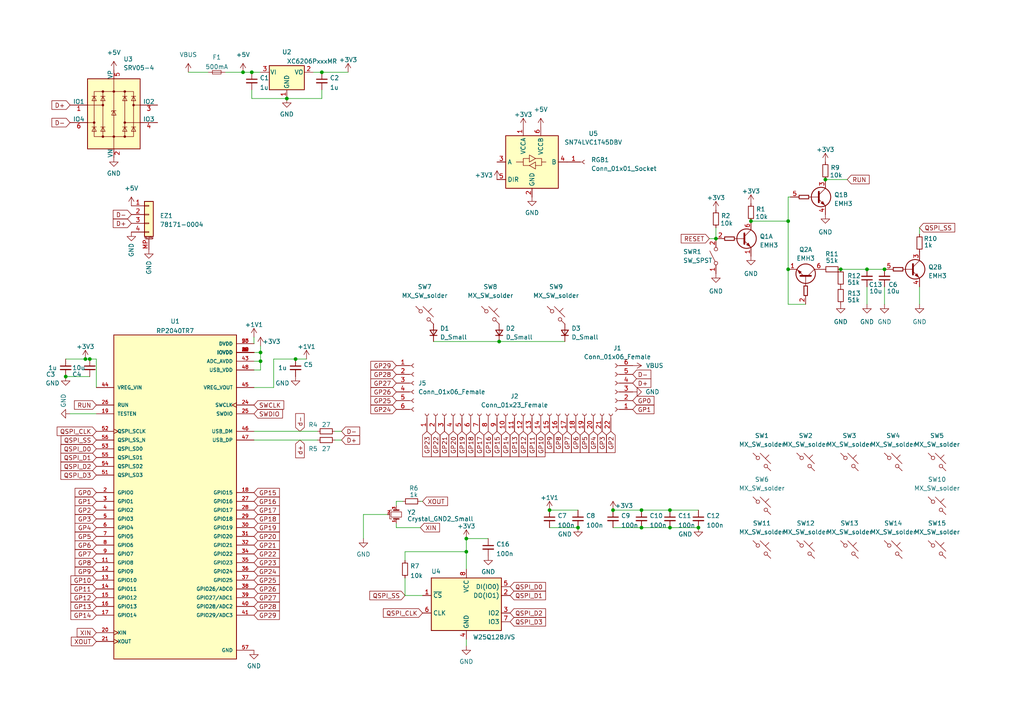
<source format=kicad_sch>
(kicad_sch (version 20230121) (generator eeschema)
  (paper "A4")
  (lib_symbols
    (symbol "Connector:Conn_01x01_Socket" (pin_names (offset 1.016) hide)
      (property "Reference" "J" (at 0 2.54 0))
      (property "Value" "Conn_01x01_Socket" (at 0 -2.54 0))
      (symbol "Conn_01x01_Socket_1_1"
        (pin passive line (at -5.08 0 0) (length 3.81) (name "Pin_1") (number "1"))
      )
    )
    (symbol "Connector:Conn_01x06_Female" (pin_names (offset 1.016) hide)
      (property "Reference" "J" (at 0 7.62 0))
      (property "Value" "Conn_01x06_Female" (at 0 -10.16 0))
      (symbol "Conn_01x06_Female_1_1"
        (pin passive line (at -5.08 5.08 0) (length 3.81) (name "Pin_1") (number "1"))
        (pin passive line (at -5.08 2.54 0) (length 3.81) (name "Pin_2") (number "2"))
        (pin passive line (at -5.08 0 0) (length 3.81) (name "Pin_3") (number "3"))
        (pin passive line (at -5.08 -2.54 0) (length 3.81) (name "Pin_4") (number "4"))
        (pin passive line (at -5.08 -5.08 0) (length 3.81) (name "Pin_5") (number "5"))
        (pin passive line (at -5.08 -7.62 0) (length 3.81) (name "Pin_6") (number "6"))
      )
    )
    (symbol "Connector:Conn_01x22_Female" (pin_names (offset 1.016) hide)
      (property "Reference" "J" (at 0 27.94 0))
      (property "Value" "Conn_01x22_Female" (at 0 -30.48 0))
      (symbol "Conn_01x22_Female_1_1"
        (pin passive line (at -5.08 25.4 0) (length 3.81) (name "Pin_1") (number "1"))
        (pin passive line (at -5.08 2.54 0) (length 3.81) (name "Pin_10") (number "10"))
        (pin passive line (at -5.08 0 0) (length 3.81) (name "Pin_11") (number "11"))
        (pin passive line (at -5.08 -2.54 0) (length 3.81) (name "Pin_12") (number "12"))
        (pin passive line (at -5.08 -5.08 0) (length 3.81) (name "Pin_13") (number "13"))
        (pin passive line (at -5.08 -7.62 0) (length 3.81) (name "Pin_14") (number "14"))
        (pin passive line (at -5.08 -10.16 0) (length 3.81) (name "Pin_15") (number "15"))
        (pin passive line (at -5.08 -12.7 0) (length 3.81) (name "Pin_16") (number "16"))
        (pin passive line (at -5.08 -15.24 0) (length 3.81) (name "Pin_17") (number "17"))
        (pin passive line (at -5.08 -17.78 0) (length 3.81) (name "Pin_18") (number "18"))
        (pin passive line (at -5.08 -20.32 0) (length 3.81) (name "Pin_19") (number "19"))
        (pin passive line (at -5.08 22.86 0) (length 3.81) (name "Pin_2") (number "2"))
        (pin passive line (at -5.08 -22.86 0) (length 3.81) (name "Pin_20") (number "20"))
        (pin passive line (at -5.08 -25.4 0) (length 3.81) (name "Pin_21") (number "21"))
        (pin passive line (at -5.08 -27.94 0) (length 3.81) (name "Pin_22") (number "22"))
        (pin passive line (at -5.08 20.32 0) (length 3.81) (name "Pin_3") (number "3"))
        (pin passive line (at -5.08 17.78 0) (length 3.81) (name "Pin_4") (number "4"))
        (pin passive line (at -5.08 15.24 0) (length 3.81) (name "Pin_5") (number "5"))
        (pin passive line (at -5.08 12.7 0) (length 3.81) (name "Pin_6") (number "6"))
        (pin passive line (at -5.08 10.16 0) (length 3.81) (name "Pin_7") (number "7"))
        (pin passive line (at -5.08 7.62 0) (length 3.81) (name "Pin_8") (number "8"))
        (pin passive line (at -5.08 5.08 0) (length 3.81) (name "Pin_9") (number "9"))
      )
    )
    (symbol "Connector_Generic_MountingPin:Conn_01x04_MountingPin" (pin_names (offset 1.016) hide)
      (property "Reference" "J" (at 0 5.08 0))
      (property "Value" "Conn_01x04_MountingPin" (at 1.27 -7.62 0))
      (symbol "Conn_01x04_MountingPin_1_1"
        (text "Mounting" (at 0 -6.731 0) (effects (font (size 0.381 0.381))))
        (pin passive line (at -5.08 2.54 0) (length 3.81) (name "Pin_1") (number "1"))
        (pin passive line (at -5.08 0 0) (length 3.81) (name "Pin_2") (number "2"))
        (pin passive line (at -5.08 -2.54 0) (length 3.81) (name "Pin_3") (number "3"))
        (pin passive line (at -5.08 -5.08 0) (length 3.81) (name "Pin_4") (number "4"))
        (pin passive line (at 0 -10.16 90) (length 3.048) (name "MountPin") (number "MP"))
      )
    )
    (symbol "Device:C_Small" (pin_numbers hide) (pin_names (offset 0.254) hide)
      (property "Reference" "C" (at 0.254 1.778 0))
      (property "Value" "C_Small" (at 0.254 -2.032 0))
      (symbol "C_Small_1_1"
        (pin passive line (at 0 2.54 270) (length 2.032) (name "~") (number "1"))
        (pin passive line (at 0 -2.54 90) (length 2.032) (name "~") (number "2"))
      )
    )
    (symbol "Device:Crystal_GND2_Small" (pin_names (offset 1.016) hide)
      (property "Reference" "Y" (at 0 5.08 0))
      (property "Value" "Crystal_GND2_Small" (at 0 3.175 0))
      (symbol "Crystal_GND2_Small_1_1"
        (pin passive line (at -2.54 0 0) (length 1.27) (name "1") (number "1"))
        (pin passive line (at 0 -2.54 90) (length 0.635) (name "2") (number "2"))
        (pin passive line (at 2.54 0 180) (length 1.27) (name "3") (number "3"))
      )
    )
    (symbol "Device:D_Small" (pin_numbers hide) (pin_names (offset 0.254) hide)
      (property "Reference" "D" (at -1.27 2.032 0))
      (property "Value" "D_Small" (at -3.81 -2.032 0))
      (symbol "D_Small_1_1"
        (pin passive line (at -2.54 0 0) (length 1.778) (name "K") (number "1"))
        (pin passive line (at 2.54 0 180) (length 1.778) (name "A") (number "2"))
      )
    )
    (symbol "Device:Fuse_Small" (pin_numbers hide) (pin_names (offset 0.254) hide)
      (property "Reference" "F" (at 0 -1.524 0))
      (property "Value" "Fuse_Small" (at 0 1.524 0))
      (symbol "Fuse_Small_1_1"
        (pin passive line (at -2.54 0 0) (length 1.27) (name "~") (number "1"))
        (pin passive line (at 2.54 0 180) (length 1.27) (name "~") (number "2"))
      )
    )
    (symbol "Device:R_Small" (pin_numbers hide) (pin_names (offset 0.254) hide)
      (property "Reference" "R" (at 0.762 0.508 0))
      (property "Value" "R_Small" (at 0.762 -1.016 0))
      (symbol "R_Small_1_1"
        (pin passive line (at 0 2.54 270) (length 0.762) (name "~") (number "1"))
        (pin passive line (at 0 -2.54 90) (length 0.762) (name "~") (number "2"))
      )
    )
    (symbol "Logic_LevelTranslator:SN74LVC1T45DBV"
      (property "Reference" "U" (at -6.35 8.89 0))
      (property "Value" "SN74LVC1T45DBV" (at 3.81 8.89 0))
      (symbol "SN74LVC1T45DBV_1_1"
        (pin power_in line (at -2.54 10.16 270) (length 2.54) (name "VCCA") (number "1"))
        (pin power_in line (at 0 -10.16 90) (length 2.54) (name "GND") (number "2"))
        (pin bidirectional line (at -10.16 0 0) (length 2.54) (name "A") (number "3"))
        (pin bidirectional line (at 10.16 0 180) (length 2.54) (name "B") (number "4"))
        (pin input line (at -10.16 -5.08 0) (length 2.54) (name "DIR") (number "5"))
        (pin power_in line (at 2.54 10.16 270) (length 2.54) (name "VCCB") (number "6"))
      )
    )
    (symbol "Memory_Flash:W25Q128JVS"
      (property "Reference" "U" (at -8.89 8.89 0))
      (property "Value" "W25Q128JVS" (at 7.62 8.89 0))
      (symbol "W25Q128JVS_1_1"
        (pin input line (at -12.7 2.54 0) (length 2.54) (name "~{CS}") (number "1"))
        (pin bidirectional line (at 12.7 2.54 180) (length 2.54) (name "DO(IO1)") (number "2"))
        (pin bidirectional line (at 12.7 -2.54 180) (length 2.54) (name "IO2") (number "3"))
        (pin power_in line (at 0 -10.16 90) (length 2.54) (name "GND") (number "4"))
        (pin bidirectional line (at 12.7 5.08 180) (length 2.54) (name "DI(IO0)") (number "5"))
        (pin input line (at -12.7 -2.54 0) (length 2.54) (name "CLK") (number "6"))
        (pin bidirectional line (at 12.7 -5.08 180) (length 2.54) (name "IO3") (number "7"))
        (pin power_in line (at 0 10.16 270) (length 2.54) (name "VCC") (number "8"))
      )
    )
    (symbol "RP2040TR7:RP2040TR7" (pin_names (offset 1.016))
      (property "Reference" "U" (at -17.78 46.99 0))
      (property "Value" "RP2040TR7" (at -17.526 -51.562 0))
      (symbol "RP2040TR7_0_0"
        (pin power_in line (at 22.86 40.64 180) (length 5.08) (name "IOVDD") (number "1"))
        (pin power_in line (at 22.86 40.64 180) (length 5.08) (name "IOVDD") (number "10"))
        (pin bidirectional line (at -22.86 -20.32 0) (length 5.08) (name "GPIO8") (number "11"))
        (pin bidirectional line (at -22.86 -22.86 0) (length 5.08) (name "GPIO9") (number "12"))
        (pin bidirectional line (at -22.86 -25.4 0) (length 5.08) (name "GPIO10") (number "13"))
        (pin bidirectional line (at -22.86 -27.94 0) (length 5.08) (name "GPIO11") (number "14"))
        (pin bidirectional line (at -22.86 -30.48 0) (length 5.08) (name "GPIO12") (number "15"))
        (pin bidirectional line (at -22.86 -33.02 0) (length 5.08) (name "GPIO13") (number "16"))
        (pin bidirectional line (at -22.86 -35.56 0) (length 5.08) (name "GPIO14") (number "17"))
        (pin bidirectional line (at 22.86 0 180) (length 5.08) (name "GPIO15") (number "18"))
        (pin input line (at -22.86 22.86 0) (length 5.08) (name "TESTEN") (number "19"))
        (pin bidirectional line (at -22.86 0 0) (length 5.08) (name "GPIO0") (number "2"))
        (pin input clock (at -22.86 -40.64 0) (length 5.08) (name "XIN") (number "20"))
        (pin output clock (at -22.86 -43.18 0) (length 5.08) (name "XOUT") (number "21"))
        (pin power_in line (at 22.86 40.64 180) (length 5.08) (name "IOVDD") (number "22"))
        (pin power_in line (at 22.86 43.18 180) (length 5.08) (name "DVDD") (number "23"))
        (pin input clock (at 22.86 25.4 180) (length 5.08) (name "SWCLK") (number "24"))
        (pin bidirectional line (at 22.86 22.86 180) (length 5.08) (name "SWDIO") (number "25"))
        (pin input line (at -22.86 25.4 0) (length 5.08) (name "RUN") (number "26"))
        (pin bidirectional line (at 22.86 -2.54 180) (length 5.08) (name "GPIO16") (number "27"))
        (pin bidirectional line (at 22.86 -5.08 180) (length 5.08) (name "GPIO17") (number "28"))
        (pin bidirectional line (at 22.86 -7.62 180) (length 5.08) (name "GPIO18") (number "29"))
        (pin bidirectional line (at -22.86 -2.54 0) (length 5.08) (name "GPIO1") (number "3"))
        (pin bidirectional line (at 22.86 -10.16 180) (length 5.08) (name "GPIO19") (number "30"))
        (pin bidirectional line (at 22.86 -12.7 180) (length 5.08) (name "GPIO20") (number "31"))
        (pin bidirectional line (at 22.86 -15.24 180) (length 5.08) (name "GPIO21") (number "32"))
        (pin power_in line (at 22.86 40.64 180) (length 5.08) (name "IOVDD") (number "33"))
        (pin bidirectional line (at 22.86 -17.78 180) (length 5.08) (name "GPIO22") (number "34"))
        (pin bidirectional line (at 22.86 -20.32 180) (length 5.08) (name "GPIO23") (number "35"))
        (pin bidirectional line (at 22.86 -22.86 180) (length 5.08) (name "GPIO24") (number "36"))
        (pin bidirectional line (at 22.86 -25.4 180) (length 5.08) (name "GPIO25") (number "37"))
        (pin bidirectional line (at 22.86 -27.94 180) (length 5.08) (name "GPIO26/ADC0") (number "38"))
        (pin bidirectional line (at 22.86 -30.48 180) (length 5.08) (name "GPIO27/ADC1") (number "39"))
        (pin bidirectional line (at -22.86 -5.08 0) (length 5.08) (name "GPIO2") (number "4"))
        (pin bidirectional line (at 22.86 -33.02 180) (length 5.08) (name "GPIO28/ADC2") (number "40"))
        (pin bidirectional line (at 22.86 -35.56 180) (length 5.08) (name "GPIO29/ADC3") (number "41"))
        (pin power_in line (at 22.86 40.64 180) (length 5.08) (name "IOVDD") (number "42"))
        (pin power_in line (at 22.86 38.1 180) (length 5.08) (name "ADC_AVDD") (number "43"))
        (pin input line (at -22.86 30.48 0) (length 5.08) (name "VREG_VIN") (number "44"))
        (pin output line (at 22.86 30.48 180) (length 5.08) (name "VREG_VOUT") (number "45"))
        (pin bidirectional line (at 22.86 17.78 180) (length 5.08) (name "USB_DM") (number "46"))
        (pin bidirectional line (at 22.86 15.24 180) (length 5.08) (name "USB_DP") (number "47"))
        (pin power_in line (at 22.86 35.56 180) (length 5.08) (name "USB_VDD") (number "48"))
        (pin power_in line (at 22.86 40.64 180) (length 5.08) (name "IOVDD") (number "49"))
        (pin bidirectional line (at -22.86 -7.62 0) (length 5.08) (name "GPIO3") (number "5"))
        (pin power_in line (at 22.86 43.18 180) (length 5.08) (name "DVDD") (number "50"))
        (pin bidirectional line (at -22.86 5.08 0) (length 5.08) (name "QSPI_SD3") (number "51"))
        (pin bidirectional clock (at -22.86 17.78 0) (length 5.08) (name "QSPI_SCLK") (number "52"))
        (pin bidirectional line (at -22.86 12.7 0) (length 5.08) (name "QSPI_SD0") (number "53"))
        (pin bidirectional line (at -22.86 7.62 0) (length 5.08) (name "QSPI_SD2") (number "54"))
        (pin bidirectional line (at -22.86 10.16 0) (length 5.08) (name "QSPI_SD1") (number "55"))
        (pin bidirectional line (at -22.86 15.24 0) (length 5.08) (name "QSPI_SS_N") (number "56"))
        (pin power_in line (at 22.86 -45.72 180) (length 5.08) (name "GND") (number "57"))
        (pin bidirectional line (at -22.86 -10.16 0) (length 5.08) (name "GPIO4") (number "6"))
        (pin bidirectional line (at -22.86 -12.7 0) (length 5.08) (name "GPIO5") (number "7"))
        (pin bidirectional line (at -22.86 -15.24 0) (length 5.08) (name "GPIO6") (number "8"))
        (pin bidirectional line (at -22.86 -17.78 0) (length 5.08) (name "GPIO7") (number "9"))
      )
    )
    (symbol "Regulator_Linear:XC6206PxxxMR" (pin_names (offset 0.254))
      (property "Reference" "U" (at -3.81 3.175 0))
      (property "Value" "XC6206PxxxMR" (at 0 3.175 0))
      (symbol "XC6206PxxxMR_1_1"
        (pin power_in line (at 0 -7.62 90) (length 2.54) (name "GND") (number "1"))
        (pin power_out line (at 7.62 0 180) (length 2.54) (name "VO") (number "2"))
        (pin power_in line (at -7.62 0 0) (length 2.54) (name "VI") (number "3"))
      )
    )
    (symbol "Switch:SW_SPST" (pin_names (offset 0) hide)
      (property "Reference" "SW" (at 0 3.175 0))
      (property "Value" "SW_SPST" (at 0 -2.54 0))
      (symbol "SW_SPST_1_1"
        (pin passive line (at -5.08 0 0) (length 2.54) (name "A") (number "1"))
        (pin passive line (at 5.08 0 180) (length 2.54) (name "B") (number "2"))
      )
    )
    (symbol "Transistor_BJT:EMH3" (pin_names hide)
      (property "Reference" "Q" (at 7.62 1.27 0))
      (property "Value" "EMH3" (at 7.62 -1.27 0))
      (symbol "EMH3_1_1"
        (pin passive line (at 5.08 -5.08 90) (length 2.54) (name "E1") (number "1"))
        (pin input line (at -5.08 0 0) (length 2.54) (name "B1") (number "2"))
        (pin passive line (at 5.08 5.08 270) (length 2.54) (name "C1") (number "6"))
      )
      (symbol "EMH3_2_1"
        (pin passive line (at 5.08 5.08 270) (length 2.54) (name "C2") (number "3"))
        (pin passive line (at 5.08 -5.08 90) (length 2.54) (name "E2") (number "4"))
        (pin input line (at -5.08 0 0) (length 2.54) (name "B2") (number "5"))
      )
    )
    (symbol "marbastlib-mx:MX_SW_solder" (pin_numbers hide) (pin_names (offset 1.016) hide)
      (property "Reference" "SW" (at 3.048 1.016 0))
      (property "Value" "MX_SW_solder" (at 0 -3.81 0))
      (symbol "MX_SW_solder_0_1"
        (pin passive line (at -2.54 2.54 0) (length 0) (name "1") (number "1"))
        (pin passive line (at 2.54 -2.54 180) (length 0) (name "2") (number "2"))
      )
    )
    (symbol "marbastlib-various:SRV05-4" (pin_names (offset 0))
      (property "Reference" "U" (at -5.08 11.43 0))
      (property "Value" "SRV05-4" (at 2.54 11.43 0))
      (symbol "SRV05-4_1_1"
        (pin passive line (at -12.7 2.54 0) (length 5.08) (name "IO1") (number "1"))
        (pin passive line (at 0 -12.7 90) (length 2.54) (name "VN") (number "2"))
        (pin passive line (at 12.7 2.54 180) (length 5.08) (name "IO2") (number "3"))
        (pin passive line (at 12.7 -2.54 180) (length 5.08) (name "IO3") (number "4"))
        (pin passive line (at 0 12.7 270) (length 2.54) (name "VP") (number "5"))
        (pin passive line (at -12.7 -2.54 0) (length 5.08) (name "IO4") (number "6"))
      )
    )
    (symbol "power:+1V1" (power) (pin_names (offset 0))
      (property "Value" "+1V1" (at 0 3.556 0))
      (symbol "+1V1_1_1"
        (pin power_in line (at 0 0 90) (length 0) hide (name "+1V1") (number "1"))
      )
    )
    (symbol "power:+3V3" (power) (pin_names (offset 0))
      (property "Value" "+3V3" (at 0 3.556 0))
      (symbol "+3V3_1_1"
        (pin power_in line (at 0 0 90) (length 0) hide (name "+3V3") (number "1"))
      )
    )
    (symbol "power:+5V" (power) (pin_names (offset 0))
      (property "Value" "+5V" (at 0 3.556 0))
      (symbol "+5V_1_1"
        (pin power_in line (at 0 0 90) (length 0) hide (name "+5V") (number "1"))
      )
    )
    (symbol "power:GND" (power) (pin_names (offset 0))
      (property "Value" "GND" (at 0 -3.81 0))
      (symbol "GND_1_1"
        (pin power_in line (at 0 0 270) (length 0) hide (name "GND") (number "1"))
      )
    )
    (symbol "power:VBUS" (power) (pin_names (offset 0))
      (property "Value" "VBUS" (at 0 3.81 0))
      (symbol "VBUS_1_1"
        (pin power_in line (at 0 0 90) (length 0) hide (name "VBUS") (number "1"))
      )
    )
  )
  (junction (at 243.84 78.105))
  (junction (at 135.255 160.02))
  (junction (at 186.055 153.035))
  (junction (at 19.05 109.22))
  (junction (at 194.31 153.035))
  (junction (at 251.46 78.105))
  (junction (at 207.645 69.215))
  (junction (at 177.8 147.955))
  (junction (at 228.6 78.105))
  (junction (at 85.725 104.14))
  (junction (at 256.54 78.105))
  (junction (at 186.055 147.955))
  (junction (at 83.185 28.575))
  (junction (at 228.6 64.135))
  (junction (at 26.035 104.14))
  (junction (at 135.255 156.21))
  (junction (at 93.345 20.955))
  (junction (at 144.78 99.06))
  (junction (at 70.485 20.955))
  (junction (at 73.025 20.955))
  (junction (at 159.385 147.955))
  (junction (at 217.805 64.135))
  (junction (at 75.565 102.235))
  (junction (at 202.565 153.035))
  (junction (at 239.395 52.07))
  (junction (at 194.31 147.955))
  (junction (at 24.765 104.14))
  (junction (at 167.64 153.035))
  (junction (at 75.565 104.775))
  (wire (pts (xy 159.385 153.035) (xy 167.64 153.035)))
  (wire (pts (xy 75.565 104.775) (xy 75.565 102.235)))
  (wire (pts (xy 135.255 160.02) (xy 135.255 156.21)))
  (wire (pts (xy 73.025 20.955) (xy 75.565 20.955)))
  (wire (pts (xy 73.66 125.095) (xy 92.075 125.095)))
  (wire (pts (xy 251.46 78.105) (xy 256.54 78.105)))
  (wire (pts (xy 117.475 172.72) (xy 117.475 167.64)))
  (wire (pts (xy 93.345 28.575) (xy 93.345 26.035)))
  (wire (pts (xy 54.61 20.955) (xy 60.325 20.955)))
  (wire (pts (xy 73.66 127.635) (xy 92.075 127.635)))
  (wire (pts (xy 105.41 149.225) (xy 105.41 156.21)))
  (wire (pts (xy 228.6 64.135) (xy 228.6 57.15)))
  (wire (pts (xy 114.935 145.415) (xy 114.935 146.685)))
  (wire (pts (xy 105.41 149.225) (xy 112.395 149.225)))
  (wire (pts (xy 228.6 78.105) (xy 228.6 88.265)))
  (wire (pts (xy 114.935 153.035) (xy 121.92 153.035)))
  (wire (pts (xy 186.055 153.035) (xy 194.31 153.035)))
  (wire (pts (xy 135.255 185.42) (xy 135.255 187.325)))
  (wire (pts (xy 73.66 107.315) (xy 75.565 107.315)))
  (wire (pts (xy 228.6 57.15) (xy 229.235 57.15)))
  (wire (pts (xy 122.555 172.72) (xy 117.475 172.72)))
  (wire (pts (xy 245.745 52.07) (xy 239.395 52.07)))
  (wire (pts (xy 122.555 145.415) (xy 121.92 145.415)))
  (wire (pts (xy 186.055 147.955) (xy 194.31 147.955)))
  (wire (pts (xy 228.6 64.135) (xy 228.6 78.105)))
  (wire (pts (xy 73.66 112.395) (xy 79.375 112.395)))
  (wire (pts (xy 19.05 104.14) (xy 24.765 104.14)))
  (wire (pts (xy 19.05 109.22) (xy 26.035 109.22)))
  (wire (pts (xy 73.025 28.575) (xy 83.185 28.575)))
  (wire (pts (xy 26.035 104.14) (xy 27.94 104.14)))
  (wire (pts (xy 177.8 147.955) (xy 186.055 147.955)))
  (wire (pts (xy 144.78 99.06) (xy 163.83 99.06)))
  (wire (pts (xy 217.805 64.135) (xy 228.6 64.135)))
  (wire (pts (xy 243.84 78.105) (xy 251.46 78.105)))
  (wire (pts (xy 85.725 104.14) (xy 88.9 104.14)))
  (wire (pts (xy 73.66 102.235) (xy 75.565 102.235)))
  (wire (pts (xy 116.84 145.415) (xy 114.935 145.415)))
  (wire (pts (xy 73.66 97.79) (xy 73.66 99.695)))
  (wire (pts (xy 70.485 20.955) (xy 73.025 20.955)))
  (wire (pts (xy 194.31 153.035) (xy 202.565 153.035)))
  (wire (pts (xy 117.475 160.02) (xy 135.255 160.02)))
  (wire (pts (xy 90.805 20.955) (xy 93.345 20.955)))
  (wire (pts (xy 114.935 151.765) (xy 114.935 153.035)))
  (wire (pts (xy 207.645 66.04) (xy 207.645 69.215)))
  (wire (pts (xy 125.73 99.06) (xy 144.78 99.06)))
  (wire (pts (xy 97.155 125.095) (xy 99.06 125.095)))
  (wire (pts (xy 73.025 26.035) (xy 73.025 28.575)))
  (wire (pts (xy 65.405 20.955) (xy 70.485 20.955)))
  (wire (pts (xy 159.385 147.955) (xy 167.64 147.955)))
  (wire (pts (xy 177.8 153.035) (xy 186.055 153.035)))
  (wire (pts (xy 27.94 112.395) (xy 27.94 104.14)))
  (wire (pts (xy 194.31 147.955) (xy 202.565 147.955)))
  (wire (pts (xy 117.475 162.56) (xy 117.475 160.02)))
  (wire (pts (xy 97.155 127.635) (xy 99.06 127.635)))
  (wire (pts (xy 20.32 120.015) (xy 27.94 120.015)))
  (wire (pts (xy 266.7 88.265) (xy 266.7 83.185)))
  (wire (pts (xy 79.375 104.14) (xy 85.725 104.14)))
  (wire (pts (xy 256.54 88.265) (xy 256.54 83.185)))
  (wire (pts (xy 135.255 165.1) (xy 135.255 160.02)))
  (wire (pts (xy 135.255 156.21) (xy 141.605 156.21)))
  (wire (pts (xy 83.185 28.575) (xy 93.345 28.575)))
  (wire (pts (xy 205.74 69.215) (xy 207.645 69.215)))
  (wire (pts (xy 93.345 20.955) (xy 100.965 20.955)))
  (wire (pts (xy 75.565 100.33) (xy 75.565 102.235)))
  (wire (pts (xy 75.565 107.315) (xy 75.565 104.775)))
  (wire (pts (xy 228.6 88.265) (xy 233.68 88.265)))
  (wire (pts (xy 251.46 88.265) (xy 251.46 83.185)))
  (wire (pts (xy 266.7 66.04) (xy 266.7 67.945)))
  (wire (pts (xy 79.375 112.395) (xy 79.375 104.14)))
  (wire (pts (xy 73.66 104.775) (xy 75.565 104.775)))
  (wire (pts (xy 24.765 104.14) (xy 26.035 104.14)))
  (global_label "QSPI_CLK" (shape input) (at 122.555 177.8 180) (property "Intersheetrefs" "${INTERSHEET_REFS}" (effects hide)))
  (global_label "QSPI_D0" (shape input) (at 27.94 130.175 180) (property "Intersheetrefs" "${INTERSHEET_REFS}" (effects hide)))
  (global_label "GP15" (shape input) (at 144.145 125.095 270) (property "Intersheetrefs" "${INTERSHEET_REFS}" (effects hide)))
  (global_label "GP3" (shape input) (at 27.94 150.495 180) (property "Intersheetrefs" "${INTERSHEET_REFS}" (effects hide)))
  (global_label "GP12" (shape input) (at 151.765 125.095 270) (property "Intersheetrefs" "${INTERSHEET_REFS}" (effects hide)))
  (global_label "GP23" (shape input) (at 123.825 125.095 270) (property "Intersheetrefs" "${INTERSHEET_REFS}" (effects hide)))
  (global_label "QSPI_D2" (shape input) (at 147.955 177.8 0) (property "Intersheetrefs" "${INTERSHEET_REFS}" (effects hide)))
  (global_label "GP7" (shape input) (at 164.465 125.095 270) (property "Intersheetrefs" "${INTERSHEET_REFS}" (effects hide)))
  (global_label "XOUT" (shape input) (at 122.555 145.415 0) (property "Intersheetrefs" "${INTERSHEET_REFS}" (effects hide)))
  (global_label "GP21" (shape input) (at 128.905 125.095 270) (property "Intersheetrefs" "${INTERSHEET_REFS}" (effects hide)))
  (global_label "GP9" (shape input) (at 27.94 165.735 180) (property "Intersheetrefs" "${INTERSHEET_REFS}" (effects hide)))
  (global_label "GP7" (shape input) (at 27.94 160.655 180) (property "Intersheetrefs" "${INTERSHEET_REFS}" (effects hide)))
  (global_label "GP27" (shape input) (at 114.935 111.125 180) (property "Intersheetrefs" "${INTERSHEET_REFS}" (effects hide)))
  (global_label "GP26" (shape input) (at 73.66 170.815 0) (property "Intersheetrefs" "${INTERSHEET_REFS}" (effects hide)))
  (global_label "QSPI_SS" (shape input) (at 27.94 127.635 180) (property "Intersheetrefs" "${INTERSHEET_REFS}" (effects hide)))
  (global_label "GP21" (shape input) (at 73.66 158.115 0) (property "Intersheetrefs" "${INTERSHEET_REFS}" (effects hide)))
  (global_label "QSPI_D1" (shape input) (at 27.94 132.715 180) (property "Intersheetrefs" "${INTERSHEET_REFS}" (effects hide)))
  (global_label "GP2" (shape input) (at 177.165 125.095 270) (property "Intersheetrefs" "${INTERSHEET_REFS}" (effects hide)))
  (global_label "GP4" (shape input) (at 172.085 125.095 270) (property "Intersheetrefs" "${INTERSHEET_REFS}" (effects hide)))
  (global_label "QSPI_D3" (shape input) (at 27.94 137.795 180) (property "Intersheetrefs" "${INTERSHEET_REFS}" (effects hide)))
  (global_label "GP15" (shape input) (at 73.66 142.875 0) (property "Intersheetrefs" "${INTERSHEET_REFS}" (effects hide)))
  (global_label "GP26" (shape input) (at 114.935 113.665 180) (property "Intersheetrefs" "${INTERSHEET_REFS}" (effects hide)))
  (global_label "GP10" (shape input) (at 156.845 125.095 270) (property "Intersheetrefs" "${INTERSHEET_REFS}" (effects hide)))
  (global_label "GP22" (shape input) (at 126.365 125.095 270) (property "Intersheetrefs" "${INTERSHEET_REFS}" (effects hide)))
  (global_label "GP29" (shape input) (at 114.935 106.045 180) (property "Intersheetrefs" "${INTERSHEET_REFS}" (effects hide)))
  (global_label "GP4" (shape input) (at 27.94 153.035 180) (property "Intersheetrefs" "${INTERSHEET_REFS}" (effects hide)))
  (global_label "QSPI_D2" (shape input) (at 27.94 135.255 180) (property "Intersheetrefs" "${INTERSHEET_REFS}" (effects hide)))
  (global_label "GP0" (shape input) (at 183.515 116.205 0) (property "Intersheetrefs" "${INTERSHEET_REFS}" (effects hide)))
  (global_label "GP1" (shape input) (at 183.515 118.745 0) (property "Intersheetrefs" "${INTERSHEET_REFS}" (effects hide)))
  (global_label "GP8" (shape input) (at 27.94 163.195 180) (property "Intersheetrefs" "${INTERSHEET_REFS}" (effects hide)))
  (global_label "GP6" (shape input) (at 167.005 125.095 270) (property "Intersheetrefs" "${INTERSHEET_REFS}" (effects hide)))
  (global_label "GP11" (shape input) (at 154.305 125.095 270) (property "Intersheetrefs" "${INTERSHEET_REFS}" (effects hide)))
  (global_label "GP5" (shape input) (at 169.545 125.095 270) (property "Intersheetrefs" "${INTERSHEET_REFS}" (effects hide)))
  (global_label "GP20" (shape input) (at 131.445 125.095 270) (property "Intersheetrefs" "${INTERSHEET_REFS}" (effects hide)))
  (global_label "GP8" (shape input) (at 161.925 125.095 270) (property "Intersheetrefs" "${INTERSHEET_REFS}" (effects hide)))
  (global_label "GP18" (shape input) (at 136.525 125.095 270) (property "Intersheetrefs" "${INTERSHEET_REFS}" (effects hide)))
  (global_label "GP13" (shape input) (at 27.94 175.895 180) (property "Intersheetrefs" "${INTERSHEET_REFS}" (effects hide)))
  (global_label "SWDIO" (shape input) (at 73.66 120.015 0) (property "Intersheetrefs" "${INTERSHEET_REFS}" (effects hide)))
  (global_label "GP9" (shape input) (at 159.385 125.095 270) (property "Intersheetrefs" "${INTERSHEET_REFS}" (effects hide)))
  (global_label "GP5" (shape input) (at 27.94 155.575 180) (property "Intersheetrefs" "${INTERSHEET_REFS}" (effects hide)))
  (global_label "SWCLK" (shape input) (at 73.66 117.475 0) (property "Intersheetrefs" "${INTERSHEET_REFS}" (effects hide)))
  (global_label "GP17" (shape input) (at 139.065 125.095 270) (property "Intersheetrefs" "${INTERSHEET_REFS}" (effects hide)))
  (global_label "GP6" (shape input) (at 27.94 158.115 180) (property "Intersheetrefs" "${INTERSHEET_REFS}" (effects hide)))
  (global_label "GP16" (shape input) (at 73.66 145.415 0) (property "Intersheetrefs" "${INTERSHEET_REFS}" (effects hide)))
  (global_label "GP28" (shape input) (at 73.66 175.895 0) (property "Intersheetrefs" "${INTERSHEET_REFS}" (effects hide)))
  (global_label "GP19" (shape input) (at 133.985 125.095 270) (property "Intersheetrefs" "${INTERSHEET_REFS}" (effects hide)))
  (global_label "QSPI_D0" (shape input) (at 147.955 170.18 0) (property "Intersheetrefs" "${INTERSHEET_REFS}" (effects hide)))
  (global_label "GP0" (shape input) (at 27.94 142.875 180) (property "Intersheetrefs" "${INTERSHEET_REFS}" (effects hide)))
  (global_label "D-" (shape input) (at 38.1 62.23 180) (property "Intersheetrefs" "${INTERSHEET_REFS}" (effects hide)))
  (global_label "D+" (shape input) (at 183.515 111.125 0) (property "Intersheetrefs" "${INTERSHEET_REFS}" (effects hide)))
  (global_label "GP25" (shape input) (at 114.935 116.205 180) (property "Intersheetrefs" "${INTERSHEET_REFS}" (effects hide)))
  (global_label "GP28" (shape input) (at 114.935 108.585 180) (property "Intersheetrefs" "${INTERSHEET_REFS}" (effects hide)))
  (global_label "GP14" (shape input) (at 146.685 125.095 270) (property "Intersheetrefs" "${INTERSHEET_REFS}" (effects hide)))
  (global_label "d-" (shape input) (at 86.995 125.095 90) (property "Intersheetrefs" "${INTERSHEET_REFS}" (effects hide)))
  (global_label "GP13" (shape input) (at 149.225 125.095 270) (property "Intersheetrefs" "${INTERSHEET_REFS}" (effects hide)))
  (global_label "GP18" (shape input) (at 73.66 150.495 0) (property "Intersheetrefs" "${INTERSHEET_REFS}" (effects hide)))
  (global_label "GP25" (shape input) (at 73.66 168.275 0) (property "Intersheetrefs" "${INTERSHEET_REFS}" (effects hide)))
  (global_label "D+" (shape input) (at 38.1 64.77 180) (property "Intersheetrefs" "${INTERSHEET_REFS}" (effects hide)))
  (global_label "GP24" (shape input) (at 73.66 165.735 0) (property "Intersheetrefs" "${INTERSHEET_REFS}" (effects hide)))
  (global_label "RESET" (shape input) (at 205.74 69.215 180) (property "Intersheetrefs" "${INTERSHEET_REFS}" (effects hide)))
  (global_label "D-" (shape input) (at 99.06 125.095 0) (property "Intersheetrefs" "${INTERSHEET_REFS}" (effects hide)))
  (global_label "GP29" (shape input) (at 73.66 178.435 0) (property "Intersheetrefs" "${INTERSHEET_REFS}" (effects hide)))
  (global_label "GP14" (shape input) (at 27.94 178.435 180) (property "Intersheetrefs" "${INTERSHEET_REFS}" (effects hide)))
  (global_label "GP10" (shape input) (at 27.94 168.275 180) (property "Intersheetrefs" "${INTERSHEET_REFS}" (effects hide)))
  (global_label "GP2" (shape input) (at 27.94 147.955 180) (property "Intersheetrefs" "${INTERSHEET_REFS}" (effects hide)))
  (global_label "GP20" (shape input) (at 73.66 155.575 0) (property "Intersheetrefs" "${INTERSHEET_REFS}" (effects hide)))
  (global_label "GP22" (shape input) (at 73.66 160.655 0) (property "Intersheetrefs" "${INTERSHEET_REFS}" (effects hide)))
  (global_label "QSPI_SS" (shape input) (at 266.7 66.04 0) (property "Intersheetrefs" "${INTERSHEET_REFS}" (effects hide)))
  (global_label "GP16" (shape input) (at 141.605 125.095 270) (property "Intersheetrefs" "${INTERSHEET_REFS}" (effects hide)))
  (global_label "GP24" (shape input) (at 114.935 118.745 180) (property "Intersheetrefs" "${INTERSHEET_REFS}" (effects hide)))
  (global_label "GP17" (shape input) (at 73.66 147.955 0) (property "Intersheetrefs" "${INTERSHEET_REFS}" (effects hide)))
  (global_label "XOUT" (shape input) (at 27.94 186.055 180) (property "Intersheetrefs" "${INTERSHEET_REFS}" (effects hide)))
  (global_label "D+" (shape input) (at 20.32 30.48 180) (property "Intersheetrefs" "${INTERSHEET_REFS}" (effects hide)))
  (global_label "GP19" (shape input) (at 73.66 153.035 0) (property "Intersheetrefs" "${INTERSHEET_REFS}" (effects hide)))
  (global_label "GP11" (shape input) (at 27.94 170.815 180) (property "Intersheetrefs" "${INTERSHEET_REFS}" (effects hide)))
  (global_label "QSPI_D1" (shape input) (at 147.955 172.72 0) (property "Intersheetrefs" "${INTERSHEET_REFS}" (effects hide)))
  (global_label "XIN" (shape input) (at 27.94 183.515 180) (property "Intersheetrefs" "${INTERSHEET_REFS}" (effects hide)))
  (global_label "QSPI_D3" (shape input) (at 147.955 180.34 0) (property "Intersheetrefs" "${INTERSHEET_REFS}" (effects hide)))
  (global_label "D-" (shape input) (at 20.32 35.56 180) (property "Intersheetrefs" "${INTERSHEET_REFS}" (effects hide)))
  (global_label "XIN" (shape input) (at 121.92 153.035 0) (property "Intersheetrefs" "${INTERSHEET_REFS}" (effects hide)))
  (global_label "QSPI_SS" (shape input) (at 117.475 172.72 180) (property "Intersheetrefs" "${INTERSHEET_REFS}" (effects hide)))
  (global_label "GP1" (shape input) (at 27.94 145.415 180) (property "Intersheetrefs" "${INTERSHEET_REFS}" (effects hide)))
  (global_label "RUN" (shape input) (at 27.94 117.475 180) (property "Intersheetrefs" "${INTERSHEET_REFS}" (effects hide)))
  (global_label "QSPI_CLK" (shape input) (at 27.94 125.095 180) (property "Intersheetrefs" "${INTERSHEET_REFS}" (effects hide)))
  (global_label "GP27" (shape input) (at 73.66 173.355 0) (property "Intersheetrefs" "${INTERSHEET_REFS}" (effects hide)))
  (global_label "d+" (shape input) (at 86.995 127.635 270) (property "Intersheetrefs" "${INTERSHEET_REFS}" (effects hide)))
  (global_label "GP12" (shape input) (at 27.94 173.355 180) (property "Intersheetrefs" "${INTERSHEET_REFS}" (effects hide)))
  (global_label "D-" (shape input) (at 183.515 108.585 0) (property "Intersheetrefs" "${INTERSHEET_REFS}" (effects hide)))
  (global_label "GP23" (shape input) (at 73.66 163.195 0) (property "Intersheetrefs" "${INTERSHEET_REFS}" (effects hide)))
  (global_label "D+" (shape input) (at 99.06 127.635 0) (property "Intersheetrefs" "${INTERSHEET_REFS}" (effects hide)))
  (global_label "GP3" (shape input) (at 174.625 125.095 270) (property "Intersheetrefs" "${INTERSHEET_REFS}" (effects hide)))
  (global_label "RUN" (shape input) (at 245.745 52.07 0) (property "Intersheetrefs" "${INTERSHEET_REFS}" (effects hide)))
  (symbol (lib_id "power:GND") (at 33.02 45.72 0) (unit 1)
    (property "Reference" "#PWR0129" (effects hide))
    (property "Value" "GND" (at 33.02 50.2825 0))
  )
  (symbol (lib_id "Switch:SW_SPST") (at 207.645 74.295 90) (unit 1)
    (property "Reference" "SWR1" (at 198.12 73.025 90) (effects (justify right)))
    (property "Value" "SW_SPST" (at 198.12 75.565 90) (effects (justify right)))
    (property "Footprint" "Button_Switch_SMD:SW_Push_SPST_NO_Alps_SKRK" (effects hide))
  )
  (symbol (lib_id "Connector_Generic_MountingPin:Conn_01x04_MountingPin") (at 43.18 62.23 0) (unit 1)
    (property "Reference" "EZ1" (at 46.355 62.5855 0) (effects (justify left)))
    (property "Value" "78171-0004" (at 46.355 65.1255 0) (effects (justify left)))
    (property "Footprint" "locallib:PicoEZMate-Reinforced-Lite" (effects hide))
    (property "Manufacturer" "MOLEX" (effects hide))
    (property "Manufacturer Part Number" "78171-0004" (effects hide))
    (property "LCSC Part Number" "C588524" (effects hide))
  )
  (symbol (lib_id "Device:C_Small") (at 159.385 150.495 0) (unit 1)
    (property "Reference" "C7" (at 161.7091 149.5928 0) (effects (justify left)))
    (property "Value" "100n" (at 161.7091 152.3679 0) (effects (justify left)))
    (property "Footprint" "Capacitor_SMD:C_0402_1005Metric" (effects hide))
  )
  (symbol (lib_id "power:+3V3") (at 151.765 36.83 0) (unit 1)
    (property "Reference" "#PWR01" (effects hide))
    (property "Value" "+3V3" (at 151.765 33.2255 0))
  )
  (symbol (lib_id "Device:D_Small") (at 144.78 96.52 90) (unit 1)
    (property "Reference" "D2" (at 146.685 95.2499 90) (effects (justify right)))
    (property "Value" "D_Small" (at 146.685 97.7899 90) (effects (justify right)))
    (property "Footprint" "Diode_SMD:D_SOD-123" (effects hide))
  )
  (symbol (lib_id "power:+3V3") (at 239.395 46.99 0) (unit 1)
    (property "Reference" "#PWR07" (effects hide))
    (property "Value" "+3V3" (at 239.395 43.3855 0))
  )
  (symbol (lib_id "marbastlib-mx:MX_SW_solder") (at 233.68 133.985 0) (unit 1)
    (property "Reference" "SW2" (at 233.68 126.365 0))
    (property "Value" "MX_SW_solder" (at 233.68 128.905 0))
    (property "Footprint" "marbastlib-mx:SW_MX_1u" (effects hide))
  )
  (symbol (lib_id "Device:R_Small") (at 207.645 63.5 0) (unit 1)
    (property "Reference" "R2" (at 209.1436 62.5915 0) (effects (justify left)))
    (property "Value" "10k" (at 208.915 64.77 0) (effects (justify left)))
    (property "Footprint" "Resistor_SMD:R_0402_1005Metric" (effects hide))
  )
  (symbol (lib_id "marbastlib-various:SRV05-4") (at 33.02 33.02 0) (unit 1)
    (property "Reference" "U3" (at 35.7887 17.145 0) (effects (justify left)))
    (property "Value" "SRV05-4" (at 35.7887 19.685 0) (effects (justify left)))
    (property "Footprint" "marbastlib-various:SOT-23-6-routable" (effects hide))
    (property "Datasheet" "http://www.onsemi.com/pub/Collateral/SRV05-4-D.PDF" (effects hide))
  )
  (symbol (lib_id "power:+3V3") (at 100.965 20.955 0) (unit 1)
    (property "Reference" "#PWR0119" (effects hide))
    (property "Value" "+3V3" (at 100.965 17.3505 0))
  )
  (symbol (lib_id "marbastlib-mx:MX_SW_solder") (at 246.38 159.385 0) (unit 1)
    (property "Reference" "SW13" (at 246.38 151.765 0))
    (property "Value" "MX_SW_solder" (at 246.38 154.305 0))
    (property "Footprint" "marbastlib-mx:SW_MX_1u" (effects hide))
  )
  (symbol (lib_id "marbastlib-mx:MX_SW_solder") (at 161.29 91.44 0) (unit 1)
    (property "Reference" "SW9" (at 161.29 83.185 0))
    (property "Value" "MX_SW_solder" (at 161.29 85.725 0))
    (property "Footprint" "marbastlib-mx:SW_MX_1u" (effects hide))
  )
  (symbol (lib_id "power:GND") (at 251.46 88.265 0) (unit 1)
    (property "Reference" "#PWR011" (effects hide))
    (property "Value" "GND" (at 251.46 93.345 0))
  )
  (symbol (lib_id "Transistor_BJT:EMH3") (at 233.68 83.185 270) (mirror x) (unit 1)
    (property "Reference" "Q2" (at 233.68 72.39 90))
    (property "Value" "EMH3" (at 233.68 74.93 90))
    (property "Footprint" "Package_TO_SOT_SMD:SOT-563" (effects hide))
    (property "Datasheet" "http://rohmfs.rohm.com/en/products/databook/datasheet/discrete/transistor/digital/emh3t2r-e.pdf" (effects hide))
  )
  (symbol (lib_id "Device:C_Small") (at 256.54 80.645 180) (unit 1)
    (property "Reference" "C6" (at 260.35 82.55 0) (effects (justify left)))
    (property "Value" "10u" (at 260.985 84.455 0) (effects (justify left)))
    (property "Footprint" "Capacitor_SMD:C_0402_1005Metric" (effects hide))
  )
  (symbol (lib_id "Connector:Conn_01x06_Female") (at 178.435 113.665 180) (unit 1)
    (property "Reference" "J1" (at 179.07 100.965 0))
    (property "Value" "Conn_01x06_Female" (at 179.07 103.505 0))
    (property "Footprint" "Connector_PinHeader_2.54mm:PinHeader_1x06_P2.54mm_Vertical" (effects hide))
  )
  (symbol (lib_id "Device:C_Small") (at 167.64 150.495 0) (unit 1)
    (property "Reference" "C8" (at 169.9641 149.5928 0) (effects (justify left)))
    (property "Value" "100n" (at 169.9641 152.3679 0) (effects (justify left)))
    (property "Footprint" "Capacitor_SMD:C_0402_1005Metric" (effects hide))
  )
  (symbol (lib_id "Device:C_Small") (at 177.8 150.495 0) (unit 1)
    (property "Reference" "C9" (at 180.1241 149.5928 0) (effects (justify left)))
    (property "Value" "100n" (at 180.1241 152.3679 0) (effects (justify left)))
    (property "Footprint" "Capacitor_SMD:C_0402_1005Metric" (effects hide))
  )
  (symbol (lib_id "power:+3V3") (at 207.645 60.96 0) (unit 1)
    (property "Reference" "#PWR06" (effects hide))
    (property "Value" "+3V3" (at 207.645 57.3555 0))
  )
  (symbol (lib_id "Connector:Conn_01x01_Socket") (at 169.545 46.99 0) (unit 1)
    (property "Reference" "RGB1" (at 171.45 46.355 0) (effects (justify left)))
    (property "Value" "Conn_01x01_Socket" (at 171.45 48.895 0) (effects (justify left)))
    (property "Footprint" "Connector_PinSocket_2.54mm:PinSocket_1x01_P2.54mm_Vertical" (effects hide))
  )
  (symbol (lib_id "power:GND") (at 243.84 88.265 0) (unit 1)
    (property "Reference" "#PWR010" (effects hide))
    (property "Value" "GND" (at 243.84 93.345 0))
  )
  (symbol (lib_id "Device:Fuse_Small") (at 62.865 20.955 0) (unit 1)
    (property "Reference" "F1" (at 62.865 16.6075 0))
    (property "Value" "500mA" (at 62.865 19.3826 0))
    (property "Footprint" "Fuse:Fuse_1206_3216Metric" (effects hide))
  )
  (symbol (lib_id "power:GND") (at 43.18 72.39 0) (unit 1)
    (property "Reference" "#PWR0123" (effects hide))
    (property "Value" "GND" (at 43.18 75.565 90) (effects (justify right)))
  )
  (symbol (lib_id "power:GND") (at 20.32 120.015 270) (unit 1)
    (property "Reference" "#PWR0124" (effects hide))
    (property "Value" "GND" (at 18.415 116.205 0))
  )
  (symbol (lib_id "Device:C_Small") (at 186.055 150.495 0) (unit 1)
    (property "Reference" "C10" (at 188.3791 149.5928 0) (effects (justify left)))
    (property "Value" "100n" (at 188.3791 152.3679 0) (effects (justify left)))
    (property "Footprint" "Capacitor_SMD:C_0402_1005Metric" (effects hide))
  )
  (symbol (lib_id "power:GND") (at 207.645 79.375 0) (unit 1)
    (property "Reference" "#PWR05" (effects hide))
    (property "Value" "GND" (at 207.645 84.455 0))
  )
  (symbol (lib_id "power:+1V1") (at 88.9 104.14 0) (unit 1)
    (property "Reference" "#PWR0114" (effects hide))
    (property "Value" "+1V1" (at 88.9 100.5355 0))
  )
  (symbol (lib_id "Device:C_Small") (at 19.05 106.68 0) (unit 1)
    (property "Reference" "C3" (at 13.335 108.585 0) (effects (justify left)))
    (property "Value" "1u" (at 13.97 106.68 0) (effects (justify left)))
    (property "Footprint" "Capacitor_SMD:C_0402_1005Metric" (effects hide))
  )
  (symbol (lib_id "marbastlib-mx:MX_SW_solder") (at 271.78 159.385 0) (unit 1)
    (property "Reference" "SW15" (at 271.78 151.765 0))
    (property "Value" "MX_SW_solder" (at 271.78 154.305 0))
    (property "Footprint" "marbastlib-mx:SW_MX_1u" (effects hide))
  )
  (symbol (lib_id "Device:R_Small") (at 94.615 127.635 90) (unit 1)
    (property "Reference" "R5" (at 90.805 130.175 90))
    (property "Value" "27" (at 94.615 130.175 90))
    (property "Footprint" "Resistor_SMD:R_0402_1005Metric" (effects hide))
  )
  (symbol (lib_id "Logic_LevelTranslator:SN74LVC1T45DBV") (at 154.305 46.99 0) (unit 1)
    (property "Reference" "U5" (at 172.085 38.735 0))
    (property "Value" "SN74LVC1T45DBV" (at 172.085 41.275 0))
    (property "Footprint" "Package_TO_SOT_SMD:SOT-23-6" (effects hide))
    (property "Datasheet" "http://www.ti.com/lit/ds/symlink/sn74lvc1t45.pdf" (effects hide))
  )
  (symbol (lib_id "Device:C_Small") (at 26.035 106.68 0) (unit 1)
    (property "Reference" "C4" (at 20.955 108.585 0) (effects (justify left)))
    (property "Value" "10u" (at 20.955 106.68 0) (effects (justify left)))
    (property "Footprint" "Capacitor_SMD:C_0402_1005Metric" (effects hide))
  )
  (symbol (lib_id "Memory_Flash:W25Q128JVS") (at 135.255 175.26 0) (unit 1)
    (property "Reference" "U4" (at 125.095 165.735 0) (effects (justify left)))
    (property "Value" "W25Q128JVS" (at 137.16 184.785 0) (effects (justify left)))
    (property "Footprint" "Package_SO:SOIC-8_5.23x5.23mm_P1.27mm" (effects hide))
    (property "Datasheet" "http://www.winbond.com/resource-files/w25q128jv_dtr%20revc%2003272018%20plus.pdf" (effects hide))
  )
  (symbol (lib_id "marbastlib-mx:MX_SW_solder") (at 271.78 146.685 0) (unit 1)
    (property "Reference" "SW10" (at 271.78 139.065 0))
    (property "Value" "MX_SW_solder" (at 271.78 141.605 0))
    (property "Footprint" "marbastlib-mx:SW_MX_1u" (effects hide))
  )
  (symbol (lib_id "power:GND") (at 135.255 187.325 0) (unit 1)
    (property "Reference" "#PWR0113" (effects hide))
    (property "Value" "GND" (at 135.255 191.8875 0))
  )
  (symbol (lib_id "Device:D_Small") (at 163.83 96.52 90) (unit 1)
    (property "Reference" "D3" (at 165.735 95.2499 90) (effects (justify right)))
    (property "Value" "D_Small" (at 165.735 97.7899 90) (effects (justify right)))
    (property "Footprint" "Diode_SMD:D_SOD-123" (effects hide))
  )
  (symbol (lib_id "power:GND") (at 239.395 62.23 0) (unit 1)
    (property "Reference" "#PWR014" (effects hide))
    (property "Value" "GND" (at 239.395 67.31 0))
  )
  (symbol (lib_id "Connector:Conn_01x06_Female") (at 120.015 111.125 0) (unit 1)
    (property "Reference" "J5" (at 121.285 111.1249 0) (effects (justify left)))
    (property "Value" "Conn_01x06_Female" (at 121.285 113.6649 0) (effects (justify left)))
    (property "Footprint" "Connector_PinHeader_2.54mm:PinHeader_1x06_P2.54mm_Vertical" (effects hide))
  )
  (symbol (lib_id "Device:C_Small") (at 251.46 80.645 180) (unit 1)
    (property "Reference" "C13" (at 255.905 82.55 0) (effects (justify left)))
    (property "Value" "10u" (at 255.905 84.455 0) (effects (justify left)))
    (property "Footprint" "Capacitor_SMD:C_0402_1005Metric" (effects hide))
  )
  (symbol (lib_id "power:+1V1") (at 73.66 97.79 0) (unit 1)
    (property "Reference" "#PWR0130" (effects hide))
    (property "Value" "+1V1" (at 73.66 94.1855 0))
  )
  (symbol (lib_id "power:+3V3") (at 217.805 59.055 0) (unit 1)
    (property "Reference" "#PWR08" (effects hide))
    (property "Value" "+3V3" (at 217.805 55.4505 0))
  )
  (symbol (lib_id "Device:R_Small") (at 119.38 145.415 90) (unit 1)
    (property "Reference" "R6" (at 120.015 141.605 90))
    (property "Value" "1k" (at 120.015 143.51 90))
    (property "Footprint" "Resistor_SMD:R_0402_1005Metric" (effects hide))
  )
  (symbol (lib_id "RP2040TR7:RP2040TR7") (at 50.8 142.875 0) (unit 1)
    (property "Reference" "U1" (at 50.8 93.1885 0))
    (property "Value" "RP2040TR7" (at 50.8 95.9636 0))
    (property "Footprint" "SnapEDA Library:QFN40P700X700X90-57N" (effects hide))
    (property "MAXIMUM_PACKAGE_HEIGHT" "0.9mm" (effects hide))
    (property "STANDARD" "IPC 7351B" (effects hide))
    (property "PARTREV" "1.7.1" (effects hide))
    (property "MANUFACTURER" "Raspberry Pi" (effects hide))
  )
  (symbol (lib_id "Device:R_Small") (at 243.84 80.645 180) (unit 1)
    (property "Reference" "R12" (at 245.745 80.01 0) (effects (justify right)))
    (property "Value" "51k" (at 245.745 81.915 0) (effects (justify right)))
    (property "Footprint" "Resistor_SMD:R_0402_1005Metric" (effects hide))
  )
  (symbol (lib_id "Device:R_Small") (at 117.475 165.1 0) (unit 1)
    (property "Reference" "R7" (at 118.9736 164.1915 0) (effects (justify left)))
    (property "Value" "10k" (at 118.9736 166.9666 0) (effects (justify left)))
    (property "Footprint" "Resistor_SMD:R_0402_1005Metric" (effects hide))
  )
  (symbol (lib_id "marbastlib-mx:MX_SW_solder") (at 271.78 133.985 0) (unit 1)
    (property "Reference" "SW5" (at 271.78 126.365 0))
    (property "Value" "MX_SW_solder" (at 271.78 128.905 0))
    (property "Footprint" "marbastlib-mx:SW_MX_1u" (effects hide))
  )
  (symbol (lib_id "power:GND") (at 167.64 153.035 0) (unit 1)
    (property "Reference" "#PWR0106" (effects hide))
    (property "Value" "GND" (at 163.83 154.94 0))
  )
  (symbol (lib_id "marbastlib-mx:MX_SW_solder") (at 259.08 133.985 0) (unit 1)
    (property "Reference" "SW4" (at 259.08 126.365 0))
    (property "Value" "MX_SW_solder" (at 259.08 128.905 0))
    (property "Footprint" "marbastlib-mx:SW_MX_1u" (effects hide))
  )
  (symbol (lib_id "marbastlib-mx:MX_SW_solder") (at 246.38 133.985 0) (unit 1)
    (property "Reference" "SW3" (at 246.38 126.365 0))
    (property "Value" "MX_SW_solder" (at 246.38 128.905 0))
    (property "Footprint" "marbastlib-mx:SW_MX_1u" (effects hide))
  )
  (symbol (lib_id "power:GND") (at 83.185 28.575 0) (unit 1)
    (property "Reference" "#PWR0116" (effects hide))
    (property "Value" "GND" (at 83.185 33.1375 0))
  )
  (symbol (lib_id "Device:Crystal_GND2_Small") (at 114.935 149.225 270) (mirror x) (unit 1)
    (property "Reference" "Y2" (at 118.11 148.59 90) (effects (justify left)))
    (property "Value" "Crystal_GND2_Small" (at 118.11 150.495 90) (effects (justify left)))
    (property "Footprint" "Crystal:Resonator_SMD_Murata_CSTxExxV-3Pin_3.0x1.1mm" (effects hide))
  )
  (symbol (lib_id "power:+5V") (at 70.485 20.955 0) (unit 1)
    (property "Reference" "#PWR0120" (effects hide))
    (property "Value" "+5V" (at 70.485 15.875 0))
  )
  (symbol (lib_id "Device:R_Small") (at 243.84 85.725 180) (unit 1)
    (property "Reference" "R13" (at 245.745 85.09 0) (effects (justify right)))
    (property "Value" "51k" (at 245.745 86.995 0) (effects (justify right)))
    (property "Footprint" "Resistor_SMD:R_0402_1005Metric" (effects hide))
  )
  (symbol (lib_id "power:+3V3") (at 177.8 147.955 0) (unit 1)
    (property "Reference" "#PWR0107" (effects hide))
    (property "Value" "+3V3" (at 180.975 146.685 0))
  )
  (symbol (lib_id "power:+3V3") (at 75.565 100.33 0) (unit 1)
    (property "Reference" "#PWR0117" (effects hide))
    (property "Value" "+3V3" (at 78.74 99.06 0))
  )
  (symbol (lib_id "marbastlib-mx:MX_SW_solder") (at 123.19 91.44 0) (unit 1)
    (property "Reference" "SW7" (at 123.19 83.185 0))
    (property "Value" "MX_SW_solder" (at 123.19 85.725 0))
    (property "Footprint" "marbastlib-mx:SW_MX_1u" (effects hide))
  )
  (symbol (lib_id "Device:C_Small") (at 73.025 23.495 0) (unit 1)
    (property "Reference" "C1" (at 75.3491 22.5928 0) (effects (justify left)))
    (property "Value" "1u" (at 75.3491 25.3679 0) (effects (justify left)))
    (property "Footprint" "Capacitor_SMD:C_0402_1005Metric" (effects hide))
  )
  (symbol (lib_id "power:GND") (at 141.605 161.29 0) (unit 1)
    (property "Reference" "#PWR0112" (effects hide))
    (property "Value" "GND" (at 141.605 165.8525 0))
  )
  (symbol (lib_id "Device:R_Small") (at 241.3 78.105 90) (unit 1)
    (property "Reference" "R11" (at 241.3 73.66 90))
    (property "Value" "51k" (at 241.3 75.565 90))
    (property "Footprint" "Resistor_SMD:R_0402_1005Metric" (effects hide))
  )
  (symbol (lib_id "power:VBUS") (at 183.515 106.045 270) (unit 1)
    (property "Reference" "#PWR0118" (effects hide))
    (property "Value" "VBUS" (at 187.325 106.0449 90) (effects (justify left)))
  )
  (symbol (lib_id "Device:C_Small") (at 85.725 106.68 0) (unit 1)
    (property "Reference" "C5" (at 88.0491 105.7778 0) (effects (justify left)))
    (property "Value" "1u" (at 80.645 106.68 0) (effects (justify left)))
    (property "Footprint" "Capacitor_SMD:C_0402_1005Metric" (effects hide))
  )
  (symbol (lib_id "Regulator_Linear:XC6206PxxxMR") (at 83.185 20.955 0) (unit 1)
    (property "Reference" "U2" (at 83.185 15.0835 0))
    (property "Value" "XC6206PxxxMR" (at 83.185 17.78 0) (effects (justify left)))
    (property "Footprint" "Package_TO_SOT_SMD:SOT-23" (effects hide))
    (property "Datasheet" "https://www.torexsemi.com/file/xc6206/XC6206.pdf" (effects hide))
  )
  (symbol (lib_id "marbastlib-mx:MX_SW_solder") (at 259.08 159.385 0) (unit 1)
    (property "Reference" "SW14" (at 259.08 151.765 0))
    (property "Value" "MX_SW_solder" (at 259.08 154.305 0))
    (property "Footprint" "marbastlib-mx:SW_MX_1u" (effects hide))
  )
  (symbol (lib_id "Connector:Conn_01x22_Female") (at 149.225 120.015 90) (unit 1)
    (property "Reference" "J2" (at 149.225 114.935 90))
    (property "Value" "Conn_01x23_Female" (at 149.225 117.475 90))
    (property "Footprint" "Connector_PinHeader_2.54mm:PinHeader_1x22_P2.54mm_Vertical" (effects hide))
  )
  (symbol (lib_id "Device:R_Small") (at 217.805 61.595 0) (unit 1)
    (property "Reference" "R1" (at 219.3036 60.6865 0) (effects (justify left)))
    (property "Value" "10k" (at 219.075 62.865 0) (effects (justify left)))
    (property "Footprint" "Resistor_SMD:R_0402_1005Metric" (effects hide))
  )
  (symbol (lib_id "power:+3V3") (at 144.145 52.07 0) (unit 1)
    (property "Reference" "#PWR03" (effects hide))
    (property "Value" "+3V3" (at 140.335 50.8 0))
  )
  (symbol (lib_id "power:GND") (at 19.05 109.22 0) (unit 1)
    (property "Reference" "#PWR0126" (effects hide))
    (property "Value" "GND" (at 15.24 111.125 0))
  )
  (symbol (lib_id "power:+5V") (at 38.1 59.69 0) (unit 1)
    (property "Reference" "#PWR0109" (effects hide))
    (property "Value" "+5V" (at 38.1 54.61 0))
  )
  (symbol (lib_id "power:+1V1") (at 159.385 147.955 0) (unit 1)
    (property "Reference" "#PWR0105" (effects hide))
    (property "Value" "+1V1" (at 159.385 144.3505 0))
  )
  (symbol (lib_id "Device:C_Small") (at 141.605 158.75 0) (unit 1)
    (property "Reference" "C16" (at 143.9291 157.8478 0) (effects (justify left)))
    (property "Value" "100n" (at 143.9291 160.6229 0) (effects (justify left)))
    (property "Footprint" "Capacitor_SMD:C_0402_1005Metric" (effects hide))
  )
  (symbol (lib_id "Transistor_BJT:EMH3") (at 212.725 69.215 0) (unit 1)
    (property "Reference" "Q1" (at 220.345 68.58 0) (effects (justify left)))
    (property "Value" "EMH3" (at 220.345 71.12 0) (effects (justify left)))
    (property "Footprint" "Package_TO_SOT_SMD:SOT-563" (effects hide))
    (property "Datasheet" "http://rohmfs.rohm.com/en/products/databook/datasheet/discrete/transistor/digital/emh3t2r-e.pdf" (effects hide))
  )
  (symbol (lib_id "marbastlib-mx:MX_SW_solder") (at 233.68 159.385 0) (unit 1)
    (property "Reference" "SW12" (at 233.68 151.765 0))
    (property "Value" "MX_SW_solder" (at 233.68 154.305 0))
    (property "Footprint" "marbastlib-mx:SW_MX_1u" (effects hide))
  )
  (symbol (lib_id "power:+3V3") (at 135.255 156.21 0) (unit 1)
    (property "Reference" "#PWR0111" (effects hide))
    (property "Value" "+3V3" (at 135.255 152.6055 0))
  )
  (symbol (lib_id "power:GND") (at 73.66 188.595 0) (unit 1)
    (property "Reference" "#PWR0103" (effects hide))
    (property "Value" "GND" (at 73.66 193.1575 0))
  )
  (symbol (lib_id "power:GND") (at 217.805 74.295 0) (unit 1)
    (property "Reference" "#PWR09" (effects hide))
    (property "Value" "GND" (at 217.805 79.375 0))
  )
  (symbol (lib_id "marbastlib-mx:MX_SW_solder") (at 220.98 159.385 0) (unit 1)
    (property "Reference" "SW11" (at 220.98 151.765 0))
    (property "Value" "MX_SW_solder" (at 220.98 154.305 0))
    (property "Footprint" "marbastlib-mx:SW_MX_1u" (effects hide))
  )
  (symbol (lib_id "power:GND") (at 105.41 156.21 0) (unit 1)
    (property "Reference" "#PWR0102" (effects hide))
    (property "Value" "GND" (at 105.41 160.7725 0))
  )
  (symbol (lib_id "Device:D_Small") (at 125.73 96.52 90) (unit 1)
    (property "Reference" "D1" (at 127.635 95.2499 90) (effects (justify right)))
    (property "Value" "D_Small" (at 127.635 97.7899 90) (effects (justify right)))
    (property "Footprint" "Diode_SMD:D_SOD-123" (effects hide))
  )
  (symbol (lib_id "marbastlib-mx:MX_SW_solder") (at 220.98 146.685 0) (unit 1)
    (property "Reference" "SW6" (at 220.98 139.065 0))
    (property "Value" "MX_SW_solder" (at 220.98 141.605 0))
    (property "Footprint" "marbastlib-mx:SW_MX_1u" (effects hide))
  )
  (symbol (lib_id "power:VBUS") (at 54.61 20.955 0) (unit 1)
    (property "Reference" "#PWR0121" (effects hide))
    (property "Value" "VBUS" (at 54.61 15.875 0))
  )
  (symbol (lib_id "Device:R_Small") (at 239.395 49.53 0) (unit 1)
    (property "Reference" "R9" (at 240.8936 48.6215 0) (effects (justify left)))
    (property "Value" "10k" (at 240.665 50.8 0) (effects (justify left)))
    (property "Footprint" "Resistor_SMD:R_0402_1005Metric" (effects hide))
  )
  (symbol (lib_id "power:GND") (at 266.7 88.265 0) (unit 1)
    (property "Reference" "#PWR013" (effects hide))
    (property "Value" "GND" (at 266.7 93.345 0))
  )
  (symbol (lib_id "power:+5V") (at 156.845 36.83 0) (unit 1)
    (property "Reference" "#PWR02" (effects hide))
    (property "Value" "+5V" (at 156.845 31.75 0))
  )
  (symbol (lib_id "Device:R_Small") (at 94.615 125.095 90) (unit 1)
    (property "Reference" "R4" (at 90.805 123.19 90))
    (property "Value" "27" (at 94.615 123.19 90))
    (property "Footprint" "Resistor_SMD:R_0402_1005Metric" (effects hide))
  )
  (symbol (lib_id "power:GND") (at 202.565 153.035 0) (unit 1)
    (property "Reference" "#PWR0108" (effects hide))
    (property "Value" "GND" (at 198.755 154.94 0))
  )
  (symbol (lib_id "Device:C_Small") (at 202.565 150.495 0) (unit 1)
    (property "Reference" "C12" (at 204.8891 149.5928 0) (effects (justify left)))
    (property "Value" "100n" (at 204.8891 152.3679 0) (effects (justify left)))
    (property "Footprint" "Capacitor_SMD:C_0402_1005Metric" (effects hide))
  )
  (symbol (lib_id "power:GND") (at 256.54 88.265 0) (unit 1)
    (property "Reference" "#PWR012" (effects hide))
    (property "Value" "GND" (at 256.54 93.345 0))
  )
  (symbol (lib_id "Device:C_Small") (at 194.31 150.495 0) (unit 1)
    (property "Reference" "C11" (at 196.6341 149.5928 0) (effects (justify left)))
    (property "Value" "100n" (at 196.6341 152.3679 0) (effects (justify left)))
    (property "Footprint" "Capacitor_SMD:C_0402_1005Metric" (effects hide))
  )
  (symbol (lib_id "Transistor_BJT:EMH3") (at 261.62 78.105 0) (unit 2)
    (property "Reference" "Q2" (at 269.24 77.47 0) (effects (justify left)))
    (property "Value" "EMH3" (at 269.24 80.01 0) (effects (justify left)))
    (property "Footprint" "Package_TO_SOT_SMD:SOT-563" (effects hide))
    (property "Datasheet" "http://rohmfs.rohm.com/en/products/databook/datasheet/discrete/transistor/digital/emh3t2r-e.pdf" (effects hide))
  )
  (symbol (lib_id "power:GND") (at 183.515 113.665 90) (unit 1)
    (property "Reference" "#PWR0101" (effects hide))
    (property "Value" "GND" (at 189.23 113.665 90))
  )
  (symbol (lib_id "power:GND") (at 154.305 57.15 0) (unit 1)
    (property "Reference" "#PWR04" (effects hide))
    (property "Value" "GND" (at 154.305 61.7125 0))
  )
  (symbol (lib_id "Transistor_BJT:EMH3") (at 234.315 57.15 0) (unit 2)
    (property "Reference" "Q1" (at 241.935 56.515 0) (effects (justify left)))
    (property "Value" "EMH3" (at 241.935 59.055 0) (effects (justify left)))
    (property "Footprint" "Package_TO_SOT_SMD:SOT-563" (effects hide))
    (property "Datasheet" "http://rohmfs.rohm.com/en/products/databook/datasheet/discrete/transistor/digital/emh3t2r-e.pdf" (effects hide))
  )
  (symbol (lib_id "power:+3V3") (at 24.765 104.14 0) (unit 1)
    (property "Reference" "#PWR0125" (effects hide))
    (property "Value" "+3V3" (at 24.765 100.5355 0))
  )
  (symbol (lib_id "power:+5V") (at 33.02 20.32 0) (unit 1)
    (property "Reference" "#PWR0127" (effects hide))
    (property "Value" "+5V" (at 33.02 15.24 0))
  )
  (symbol (lib_id "Device:R_Small") (at 266.7 70.485 0) (unit 1)
    (property "Reference" "R10" (at 269.875 69.215 0))
    (property "Value" "1k" (at 269.24 71.12 0))
    (property "Footprint" "Resistor_SMD:R_0402_1005Metric" (effects hide))
  )
  (symbol (lib_id "power:GND") (at 38.1 67.31 0) (unit 1)
    (property "Reference" "#PWR0110" (effects hide))
    (property "Value" "GND" (at 38.1 70.485 90) (effects (justify right)))
  )
  (symbol (lib_id "marbastlib-mx:MX_SW_solder") (at 142.24 91.44 0) (unit 1)
    (property "Reference" "SW8" (at 142.24 83.185 0))
    (property "Value" "MX_SW_solder" (at 142.24 85.725 0))
    (property "Footprint" "marbastlib-mx:SW_MX_1u" (effects hide))
  )
  (symbol (lib_id "power:GND") (at 85.725 109.22 0) (unit 1)
    (property "Reference" "#PWR0115" (effects hide))
    (property "Value" "GND" (at 81.915 111.125 0))
  )
  (symbol (lib_id "marbastlib-mx:MX_SW_solder") (at 220.98 133.985 0) (unit 1)
    (property "Reference" "SW1" (at 220.98 126.365 0))
    (property "Value" "MX_SW_solder" (at 220.98 128.905 0))
    (property "Footprint" "marbastlib-mx:SW_MX_1u" (effects hide))
  )
  (symbol (lib_id "Device:C_Small") (at 93.345 23.495 0) (unit 1)
    (property "Reference" "C2" (at 95.6691 22.5928 0) (effects (justify left)))
    (property "Value" "1u" (at 95.6691 25.3679 0) (effects (justify left)))
    (property "Footprint" "Capacitor_SMD:C_0402_1005Metric" (effects hide))
  )
)
</source>
